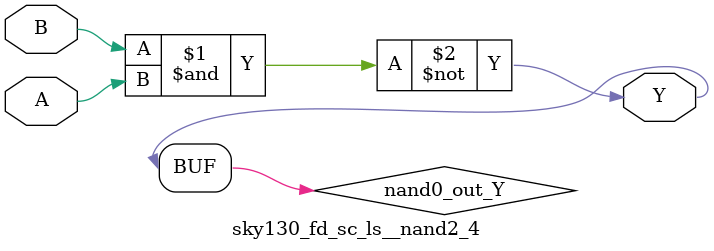
<source format=v>
/*
 * Copyright 2020 The SkyWater PDK Authors
 *
 * Licensed under the Apache License, Version 2.0 (the "License");
 * you may not use this file except in compliance with the License.
 * You may obtain a copy of the License at
 *
 *     https://www.apache.org/licenses/LICENSE-2.0
 *
 * Unless required by applicable law or agreed to in writing, software
 * distributed under the License is distributed on an "AS IS" BASIS,
 * WITHOUT WARRANTIES OR CONDITIONS OF ANY KIND, either express or implied.
 * See the License for the specific language governing permissions and
 * limitations under the License.
 *
 * SPDX-License-Identifier: Apache-2.0
*/


`ifndef SKY130_FD_SC_LS__NAND2_4_FUNCTIONAL_V
`define SKY130_FD_SC_LS__NAND2_4_FUNCTIONAL_V

/**
 * nand2: 2-input NAND.
 *
 * Verilog simulation functional model.
 */

`timescale 1ns / 1ps
`default_nettype none

`celldefine
module sky130_fd_sc_ls__nand2_4 (
    Y,
    A,
    B
);

    // Module ports
    output Y;
    input  A;
    input  B;

    // Local signals
    wire nand0_out_Y;

    //   Name   Output       Other arguments
    nand nand0 (nand0_out_Y, B, A           );
    buf  buf0  (Y          , nand0_out_Y    );

endmodule
`endcelldefine

`default_nettype wire
`endif  // SKY130_FD_SC_LS__NAND2_4_FUNCTIONAL_V

</source>
